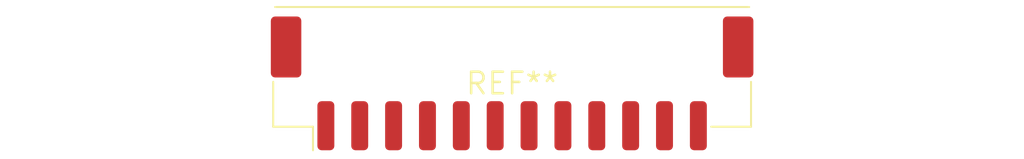
<source format=kicad_pcb>
(kicad_pcb (version 20240108) (generator pcbnew)
  (layers (0 "F.Cu" signal) (31 "B.Cu" signal) (34 "B.Paste" user) (35 "F.Paste" user) (36 "B.SilkS" user "B.Silkscreen") (37 "F.SilkS" user "F.Silkscreen") (38 "B.Mask" user) (39 "F.Mask" user) (44 "Edge.Cuts" user))
  (net 0 "")
  (footprint "Molex_CLIK-Mate_502443-1270_1x12-1MP_P2.00mm_Vertical" (layer "F.Cu") (at 0 0)
    (property "Reference" "REF**")
    (property "Value" "Molex_CLIK-Mate_502443-1270_1x12-1MP_P2.00mm_Vertical")
    (fp_line (start -14.11 -0.09) (end -14.11 2.56) (layer "F.SilkS") (stroke (width 0.12)))
    (fp_line (start -14.11 2.56) (end -11.76 2.56) (layer "F.SilkS") (stroke (width 0.12)))
    (fp_line (start -14 -4.51) (end 14 -4.51) (layer "F.SilkS") (stroke (width 0.12)))
    (fp_line (start -11.76 2.56) (end -11.76 3.95) (layer "F.SilkS") (stroke (width 0.12)))
    (fp_line (start 14.11 -0.09) (end 14.11 2.56) (layer "F.SilkS") (stroke (width 0.12)))
    (fp_line (start 14.11 2.56) (end 11.76 2.56) (layer "F.SilkS") (stroke (width 0.12)))
    (pad "1" smd roundrect (at -11 2.5) (size 1 2.9) (layers "F.Cu" "F.Paste" "F.Mask"))
    (pad "2" smd roundrect (at -9 2.5) (size 1 2.9) (layers "F.Cu" "F.Paste" "F.Mask"))
    (pad "3" smd roundrect (at -7 2.5) (size 1 2.9) (layers "F.Cu" "F.Paste" "F.Mask"))
    (pad "4" smd roundrect (at -5 2.5) (size 1 2.9) (layers "F.Cu" "F.Paste" "F.Mask"))
    (pad "5" smd roundrect (at -3 2.5) (size 1 2.9) (layers "F.Cu" "F.Paste" "F.Mask"))
    (pad "6" smd roundrect (at -1 2.5) (size 1 2.9) (layers "F.Cu" "F.Paste" "F.Mask"))
    (pad "7" smd roundrect (at 1 2.5) (size 1 2.9) (layers "F.Cu" "F.Paste" "F.Mask"))
    (pad "8" smd roundrect (at 3 2.5) (size 1 2.9) (layers "F.Cu" "F.Paste" "F.Mask"))
    (pad "9" smd roundrect (at 5 2.5) (size 1 2.9) (layers "F.Cu" "F.Paste" "F.Mask"))
    (pad "10" smd roundrect (at 7 2.5) (size 1 2.9) (layers "F.Cu" "F.Paste" "F.Mask"))
    (pad "11" smd roundrect (at 9 2.5) (size 1 2.9) (layers "F.Cu" "F.Paste" "F.Mask"))
    (pad "12" smd roundrect (at 11 2.5) (size 1 2.9) (layers "F.Cu" "F.Paste" "F.Mask"))
    (pad "MP" smd roundrect (at -13.35 -2.15) (size 1.8 3.6) (layers "F.Cu" "F.Paste" "F.Mask") (roundrect_rratio 0.138889))
    (pad "MP" smd roundrect (at 13.35 -2.15) (size 1.8 3.6) (layers "F.Cu" "F.Paste" "F.Mask") (roundrect_rratio 0.138889))
  )
)
</source>
